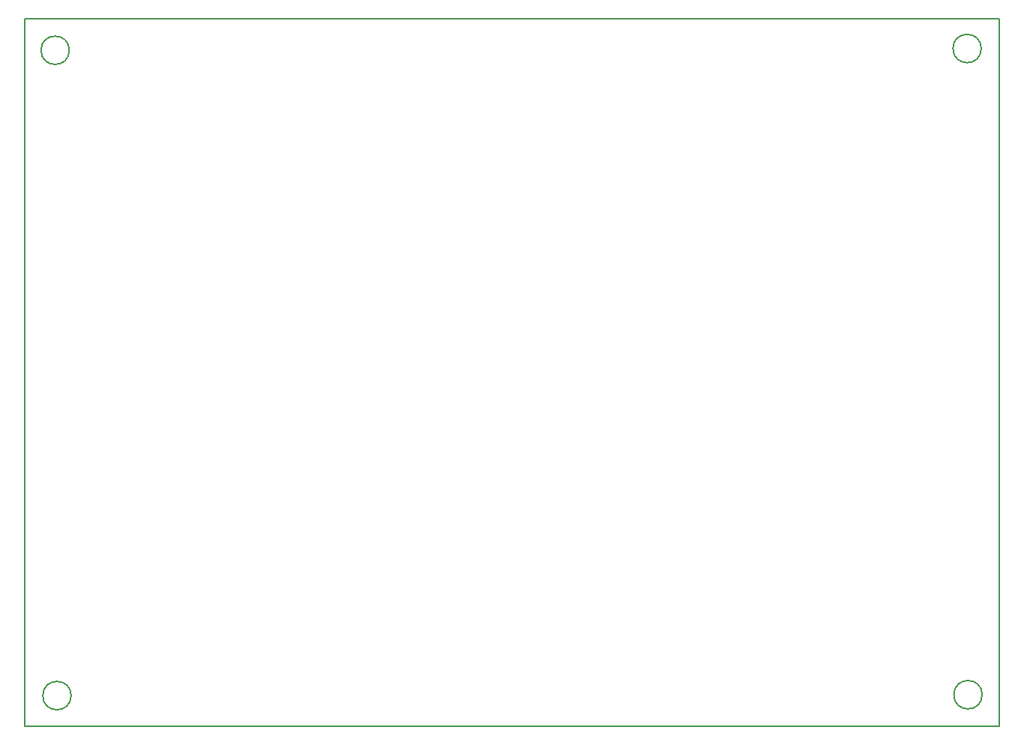
<source format=gbr>
G04 #@! TF.FileFunction,Profile,NP*
%FSLAX46Y46*%
G04 Gerber Fmt 4.6, Leading zero omitted, Abs format (unit mm)*
G04 Created by KiCad (PCBNEW 4.0.6+dfsg1-1) date Mon Jan 15 11:50:26 2018*
%MOMM*%
%LPD*%
G01*
G04 APERTURE LIST*
%ADD10C,0.100000*%
%ADD11C,0.150000*%
G04 APERTURE END LIST*
D10*
D11*
X198300000Y-144100000D02*
X88300000Y-144100000D01*
X198300000Y-144100000D02*
X198300000Y-64100000D01*
X88300000Y-64100000D02*
X88300000Y-144100000D01*
X198300000Y-64100000D02*
X88300000Y-64100000D01*
X196400000Y-140500000D02*
G75*
G03X196400000Y-140500000I-1600000J0D01*
G01*
X196300000Y-67500000D02*
G75*
G03X196300000Y-67500000I-1600000J0D01*
G01*
X93300000Y-67700000D02*
G75*
G03X93300000Y-67700000I-1600000J0D01*
G01*
X93500000Y-140600000D02*
G75*
G03X93500000Y-140600000I-1600000J0D01*
G01*
M02*

</source>
